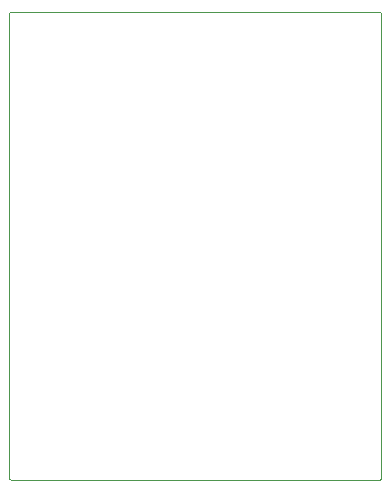
<source format=gbr>
%TF.GenerationSoftware,Altium Limited,Altium Designer,24.7.2 (38)*%
G04 Layer_Color=0*
%FSLAX45Y45*%
%MOMM*%
%TF.SameCoordinates,C77648C0-80D8-424D-8617-BB5A92A82554*%
%TF.FilePolarity,Positive*%
%TF.FileFunction,Profile,NP*%
%TF.Part,Single*%
G01*
G75*
%TA.AperFunction,Profile*%
%ADD58C,0.02540*%
D58*
X-38138Y25400D02*
G03*
X-25400Y12662I12738J0D01*
G01*
X3098800D01*
D02*
G03*
X3111538Y25400I0J12738D01*
G01*
Y3962400D01*
D02*
G03*
X3098800Y3975138I-12738J0D01*
G01*
X-25400D01*
D02*
G03*
X-38138Y3962400I0J-12738D01*
G01*
Y25400D01*
%TF.MD5,9cbd4f2fbe8cfada0fbf7f996894d263*%
M02*

</source>
